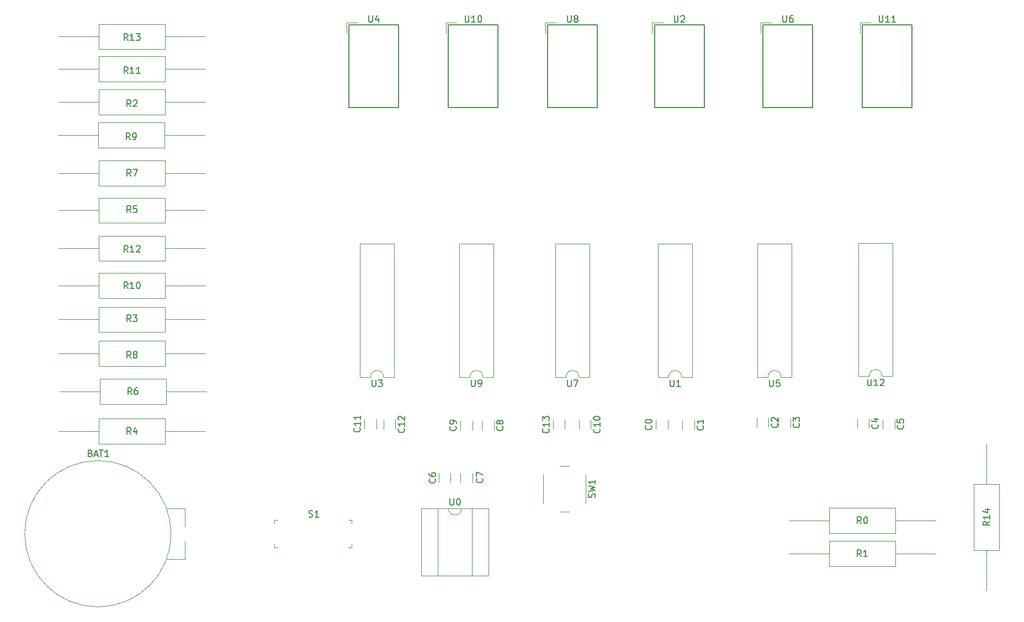
<source format=gto>
%TF.GenerationSoftware,KiCad,Pcbnew,5.1.8+dfsg1-1*%
%TF.CreationDate,2020-11-15T23:58:27-05:00*%
%TF.ProjectId,cap_pcb,6361705f-7063-4622-9e6b-696361645f70,rev?*%
%TF.SameCoordinates,Original*%
%TF.FileFunction,Legend,Top*%
%TF.FilePolarity,Positive*%
%FSLAX46Y46*%
G04 Gerber Fmt 4.6, Leading zero omitted, Abs format (unit mm)*
G04 Created by KiCad (PCBNEW 5.1.8+dfsg1-1) date 2020-11-15 23:58:27*
%MOMM*%
%LPD*%
G01*
G04 APERTURE LIST*
%ADD10C,0.120000*%
%ADD11C,0.100000*%
%ADD12C,0.150000*%
G04 APERTURE END LIST*
D10*
%TO.C,R13*%
X82720000Y-32893000D02*
X88910000Y-32893000D01*
X105240000Y-32893000D02*
X99050000Y-32893000D01*
X88910000Y-34813000D02*
X99050000Y-34813000D01*
X88910000Y-30973000D02*
X88910000Y-34813000D01*
X99050000Y-30973000D02*
X88910000Y-30973000D01*
X99050000Y-34813000D02*
X99050000Y-30973000D01*
%TO.C,U3*%
X132572000Y-85150000D02*
X134222000Y-85150000D01*
X134222000Y-85150000D02*
X134222000Y-64710000D01*
X134222000Y-64710000D02*
X128922000Y-64710000D01*
X128922000Y-64710000D02*
X128922000Y-85150000D01*
X128922000Y-85150000D02*
X130572000Y-85150000D01*
X130572000Y-85150000D02*
G75*
G02*
X132572000Y-85150000I1000000J0D01*
G01*
%TO.C,SW1*%
X157060000Y-100060000D02*
X157060000Y-104560000D01*
X161060000Y-98810000D02*
X159560000Y-98810000D01*
X163560000Y-104560000D02*
X163560000Y-100060000D01*
X159560000Y-105810000D02*
X161060000Y-105810000D01*
%TO.C,R14*%
X223124000Y-111750000D02*
X226964000Y-111750000D01*
X226964000Y-111750000D02*
X226964000Y-101610000D01*
X226964000Y-101610000D02*
X223124000Y-101610000D01*
X223124000Y-101610000D02*
X223124000Y-111750000D01*
X225044000Y-117940000D02*
X225044000Y-111750000D01*
X225044000Y-95420000D02*
X225044000Y-101610000D01*
D11*
%TO.C,BAT1*%
X102057200Y-113131600D02*
X102057200Y-110286800D01*
X102057200Y-105308400D02*
X102057200Y-108153200D01*
X99314000Y-113131600D02*
X102057200Y-113131600D01*
X99314000Y-105308400D02*
X102057200Y-105308400D01*
X99974400Y-109220000D02*
G75*
G03*
X99974400Y-109220000I-11226800J0D01*
G01*
D10*
%TO.C,C0*%
X174350000Y-91744748D02*
X174350000Y-93167252D01*
X176170000Y-91744748D02*
X176170000Y-93167252D01*
%TO.C,C1*%
X180234000Y-91783248D02*
X180234000Y-93205752D01*
X178414000Y-91783248D02*
X178414000Y-93205752D01*
%TO.C,C2*%
X189794999Y-91422749D02*
X189794999Y-92845253D01*
X191614999Y-91422749D02*
X191614999Y-92845253D01*
%TO.C,C3*%
X194964999Y-91422749D02*
X194964999Y-92845253D01*
X193144999Y-91422749D02*
X193144999Y-92845253D01*
%TO.C,C4*%
X205211000Y-91579248D02*
X205211000Y-93001752D01*
X207031000Y-91579248D02*
X207031000Y-93001752D01*
%TO.C,C5*%
X210935999Y-91676749D02*
X210935999Y-93099253D01*
X209115999Y-91676749D02*
X209115999Y-93099253D01*
%TO.C,C6*%
X141007001Y-101334251D02*
X141007001Y-99911747D01*
X142827001Y-101334251D02*
X142827001Y-99911747D01*
%TO.C,C7*%
X146177001Y-101334251D02*
X146177001Y-99911747D01*
X144357001Y-101334251D02*
X144357001Y-99911747D01*
%TO.C,C8*%
X147680000Y-91871748D02*
X147680000Y-93294252D01*
X149500000Y-91871748D02*
X149500000Y-93294252D01*
%TO.C,C9*%
X146198000Y-91871748D02*
X146198000Y-93294252D01*
X144378000Y-91871748D02*
X144378000Y-93294252D01*
%TO.C,C10*%
X162539000Y-91744748D02*
X162539000Y-93167252D01*
X164359000Y-91744748D02*
X164359000Y-93167252D01*
%TO.C,C11*%
X131466000Y-91617748D02*
X131466000Y-93040252D01*
X129646000Y-91617748D02*
X129646000Y-93040252D01*
%TO.C,C12*%
X132567000Y-91706248D02*
X132567000Y-93128752D01*
X134387000Y-91706248D02*
X134387000Y-93128752D01*
%TO.C,C13*%
X160375999Y-91695749D02*
X160375999Y-93118253D01*
X158555999Y-91695749D02*
X158555999Y-93118253D01*
%TO.C,R0*%
X194734000Y-107188000D02*
X200924000Y-107188000D01*
X217254000Y-107188000D02*
X211064000Y-107188000D01*
X200924000Y-109108000D02*
X211064000Y-109108000D01*
X200924000Y-105268000D02*
X200924000Y-109108000D01*
X211064000Y-105268000D02*
X200924000Y-105268000D01*
X211064000Y-109108000D02*
X211064000Y-105268000D01*
%TO.C,R1*%
X211064000Y-114188000D02*
X211064000Y-110348000D01*
X211064000Y-110348000D02*
X200924000Y-110348000D01*
X200924000Y-110348000D02*
X200924000Y-114188000D01*
X200924000Y-114188000D02*
X211064000Y-114188000D01*
X217254000Y-112268000D02*
X211064000Y-112268000D01*
X194734000Y-112268000D02*
X200924000Y-112268000D01*
%TO.C,R2*%
X82720000Y-42926000D02*
X88910000Y-42926000D01*
X105240000Y-42926000D02*
X99050000Y-42926000D01*
X88910000Y-44846000D02*
X99050000Y-44846000D01*
X88910000Y-41006000D02*
X88910000Y-44846000D01*
X99050000Y-41006000D02*
X88910000Y-41006000D01*
X99050000Y-44846000D02*
X99050000Y-41006000D01*
%TO.C,R3*%
X99050000Y-78247000D02*
X99050000Y-74407000D01*
X99050000Y-74407000D02*
X88910000Y-74407000D01*
X88910000Y-74407000D02*
X88910000Y-78247000D01*
X88910000Y-78247000D02*
X99050000Y-78247000D01*
X105240000Y-76327000D02*
X99050000Y-76327000D01*
X82720000Y-76327000D02*
X88910000Y-76327000D01*
%TO.C,R4*%
X105240000Y-93472000D02*
X99050000Y-93472000D01*
X82720000Y-93472000D02*
X88910000Y-93472000D01*
X99050000Y-91552000D02*
X88910000Y-91552000D01*
X99050000Y-95392000D02*
X99050000Y-91552000D01*
X88910000Y-95392000D02*
X99050000Y-95392000D01*
X88910000Y-91552000D02*
X88910000Y-95392000D01*
%TO.C,R5*%
X105240000Y-59563000D02*
X99050000Y-59563000D01*
X82720000Y-59563000D02*
X88910000Y-59563000D01*
X99050000Y-57643000D02*
X88910000Y-57643000D01*
X99050000Y-61483000D02*
X99050000Y-57643000D01*
X88910000Y-61483000D02*
X99050000Y-61483000D01*
X88910000Y-57643000D02*
X88910000Y-61483000D01*
%TO.C,R6*%
X105367000Y-87376000D02*
X99177000Y-87376000D01*
X82847000Y-87376000D02*
X89037000Y-87376000D01*
X99177000Y-85456000D02*
X89037000Y-85456000D01*
X99177000Y-89296000D02*
X99177000Y-85456000D01*
X89037000Y-89296000D02*
X99177000Y-89296000D01*
X89037000Y-85456000D02*
X89037000Y-89296000D01*
%TO.C,R7*%
X88910000Y-51928000D02*
X88910000Y-55768000D01*
X88910000Y-55768000D02*
X99050000Y-55768000D01*
X99050000Y-55768000D02*
X99050000Y-51928000D01*
X99050000Y-51928000D02*
X88910000Y-51928000D01*
X82720000Y-53848000D02*
X88910000Y-53848000D01*
X105240000Y-53848000D02*
X99050000Y-53848000D01*
%TO.C,R8*%
X82720000Y-81534000D02*
X88910000Y-81534000D01*
X105240000Y-81534000D02*
X99050000Y-81534000D01*
X88910000Y-83454000D02*
X99050000Y-83454000D01*
X88910000Y-79614000D02*
X88910000Y-83454000D01*
X99050000Y-79614000D02*
X88910000Y-79614000D01*
X99050000Y-83454000D02*
X99050000Y-79614000D01*
%TO.C,R9*%
X98923000Y-49926000D02*
X98923000Y-46086000D01*
X98923000Y-46086000D02*
X88783000Y-46086000D01*
X88783000Y-46086000D02*
X88783000Y-49926000D01*
X88783000Y-49926000D02*
X98923000Y-49926000D01*
X105113000Y-48006000D02*
X98923000Y-48006000D01*
X82593000Y-48006000D02*
X88783000Y-48006000D01*
%TO.C,R10*%
X82720000Y-71120000D02*
X88910000Y-71120000D01*
X105240000Y-71120000D02*
X99050000Y-71120000D01*
X88910000Y-73040000D02*
X99050000Y-73040000D01*
X88910000Y-69200000D02*
X88910000Y-73040000D01*
X99050000Y-69200000D02*
X88910000Y-69200000D01*
X99050000Y-73040000D02*
X99050000Y-69200000D01*
%TO.C,R11*%
X82720000Y-37846000D02*
X88910000Y-37846000D01*
X105240000Y-37846000D02*
X99050000Y-37846000D01*
X88910000Y-39766000D02*
X99050000Y-39766000D01*
X88910000Y-35926000D02*
X88910000Y-39766000D01*
X99050000Y-35926000D02*
X88910000Y-35926000D01*
X99050000Y-39766000D02*
X99050000Y-35926000D01*
%TO.C,R12*%
X82720000Y-65405000D02*
X88910000Y-65405000D01*
X105240000Y-65405000D02*
X99050000Y-65405000D01*
X88910000Y-67325000D02*
X99050000Y-67325000D01*
X88910000Y-63485000D02*
X88910000Y-67325000D01*
X99050000Y-63485000D02*
X88910000Y-63485000D01*
X99050000Y-67325000D02*
X99050000Y-63485000D01*
D11*
%TO.C,S1*%
X127680000Y-111320000D02*
X127180000Y-111320000D01*
X127680000Y-111320000D02*
X127680000Y-110820000D01*
X115780000Y-111320000D02*
X116280000Y-111320000D01*
X115780000Y-111320000D02*
X115780000Y-110820000D01*
X115780000Y-107120000D02*
X116280000Y-107120000D01*
X115780000Y-107120000D02*
X115780000Y-107620000D01*
X127680000Y-107120000D02*
X127680000Y-107620000D01*
X127680000Y-107120000D02*
X127180000Y-107120000D01*
D10*
%TO.C,U0*%
X142510000Y-105350000D02*
X140860000Y-105350000D01*
X140860000Y-105350000D02*
X140860000Y-115630000D01*
X140860000Y-115630000D02*
X146160000Y-115630000D01*
X146160000Y-115630000D02*
X146160000Y-105350000D01*
X146160000Y-105350000D02*
X144510000Y-105350000D01*
X138370000Y-105290000D02*
X138370000Y-115690000D01*
X138370000Y-115690000D02*
X148650000Y-115690000D01*
X148650000Y-115690000D02*
X148650000Y-105290000D01*
X148650000Y-105290000D02*
X138370000Y-105290000D01*
X144510000Y-105350000D02*
G75*
G02*
X142510000Y-105350000I-1000000J0D01*
G01*
%TO.C,U1*%
X178292000Y-85150000D02*
X179942000Y-85150000D01*
X179942000Y-85150000D02*
X179942000Y-64710000D01*
X179942000Y-64710000D02*
X174642000Y-64710000D01*
X174642000Y-64710000D02*
X174642000Y-85150000D01*
X174642000Y-85150000D02*
X176292000Y-85150000D01*
X176292000Y-85150000D02*
G75*
G02*
X178292000Y-85150000I1000000J0D01*
G01*
D12*
%TO.C,U2*%
X181737000Y-31115000D02*
X174117000Y-31115000D01*
X174117000Y-31115000D02*
X174117000Y-43815000D01*
X174117000Y-43815000D02*
X181737000Y-43815000D01*
X181737000Y-43815000D02*
X181737000Y-31115000D01*
D10*
X173757000Y-32385000D02*
X173757000Y-30755000D01*
X173757000Y-30755000D02*
X175387000Y-30755000D01*
D12*
%TO.C,U4*%
X134874000Y-31115000D02*
X127254000Y-31115000D01*
X127254000Y-31115000D02*
X127254000Y-43815000D01*
X127254000Y-43815000D02*
X134874000Y-43815000D01*
X134874000Y-43815000D02*
X134874000Y-31115000D01*
D10*
X126894000Y-32385000D02*
X126894000Y-30755000D01*
X126894000Y-30755000D02*
X128524000Y-30755000D01*
%TO.C,U5*%
X193532000Y-85150000D02*
X195182000Y-85150000D01*
X195182000Y-85150000D02*
X195182000Y-64710000D01*
X195182000Y-64710000D02*
X189882000Y-64710000D01*
X189882000Y-64710000D02*
X189882000Y-85150000D01*
X189882000Y-85150000D02*
X191532000Y-85150000D01*
X191532000Y-85150000D02*
G75*
G02*
X193532000Y-85150000I1000000J0D01*
G01*
%TO.C,U6*%
X190394000Y-30755000D02*
X192024000Y-30755000D01*
X190394000Y-32385000D02*
X190394000Y-30755000D01*
D12*
X198374000Y-43815000D02*
X198374000Y-31115000D01*
X190754000Y-43815000D02*
X198374000Y-43815000D01*
X190754000Y-31115000D02*
X190754000Y-43815000D01*
X198374000Y-31115000D02*
X190754000Y-31115000D01*
D10*
%TO.C,U7*%
X158894000Y-85150000D02*
X160544000Y-85150000D01*
X158894000Y-64710000D02*
X158894000Y-85150000D01*
X164194000Y-64710000D02*
X158894000Y-64710000D01*
X164194000Y-85150000D02*
X164194000Y-64710000D01*
X162544000Y-85150000D02*
X164194000Y-85150000D01*
X160544000Y-85150000D02*
G75*
G02*
X162544000Y-85150000I1000000J0D01*
G01*
%TO.C,U8*%
X157374000Y-30755000D02*
X159004000Y-30755000D01*
X157374000Y-32385000D02*
X157374000Y-30755000D01*
D12*
X165354000Y-43815000D02*
X165354000Y-31115000D01*
X157734000Y-43815000D02*
X165354000Y-43815000D01*
X157734000Y-31115000D02*
X157734000Y-43815000D01*
X165354000Y-31115000D02*
X157734000Y-31115000D01*
D10*
%TO.C,U9*%
X144162000Y-85150000D02*
X145812000Y-85150000D01*
X144162000Y-64710000D02*
X144162000Y-85150000D01*
X149462000Y-64710000D02*
X144162000Y-64710000D01*
X149462000Y-85150000D02*
X149462000Y-64710000D01*
X147812000Y-85150000D02*
X149462000Y-85150000D01*
X145812000Y-85150000D02*
G75*
G02*
X147812000Y-85150000I1000000J0D01*
G01*
%TO.C,U10*%
X142134000Y-30755000D02*
X143764000Y-30755000D01*
X142134000Y-32385000D02*
X142134000Y-30755000D01*
D12*
X150114000Y-43815000D02*
X150114000Y-31115000D01*
X142494000Y-43815000D02*
X150114000Y-43815000D01*
X142494000Y-31115000D02*
X142494000Y-43815000D01*
X150114000Y-31115000D02*
X142494000Y-31115000D01*
%TO.C,U11*%
X213614000Y-31115000D02*
X205994000Y-31115000D01*
X205994000Y-31115000D02*
X205994000Y-43815000D01*
X205994000Y-43815000D02*
X213614000Y-43815000D01*
X213614000Y-43815000D02*
X213614000Y-31115000D01*
D10*
X205634000Y-32385000D02*
X205634000Y-30755000D01*
X205634000Y-30755000D02*
X207264000Y-30755000D01*
%TO.C,U12*%
X205376000Y-85023000D02*
X207026000Y-85023000D01*
X205376000Y-64583000D02*
X205376000Y-85023000D01*
X210676000Y-64583000D02*
X205376000Y-64583000D01*
X210676000Y-85023000D02*
X210676000Y-64583000D01*
X209026000Y-85023000D02*
X210676000Y-85023000D01*
X207026000Y-85023000D02*
G75*
G02*
X209026000Y-85023000I1000000J0D01*
G01*
%TO.C,R13*%
D12*
X93337142Y-33472380D02*
X93003809Y-32996190D01*
X92765714Y-33472380D02*
X92765714Y-32472380D01*
X93146666Y-32472380D01*
X93241904Y-32520000D01*
X93289523Y-32567619D01*
X93337142Y-32662857D01*
X93337142Y-32805714D01*
X93289523Y-32900952D01*
X93241904Y-32948571D01*
X93146666Y-32996190D01*
X92765714Y-32996190D01*
X94289523Y-33472380D02*
X93718095Y-33472380D01*
X94003809Y-33472380D02*
X94003809Y-32472380D01*
X93908571Y-32615238D01*
X93813333Y-32710476D01*
X93718095Y-32758095D01*
X94622857Y-32472380D02*
X95241904Y-32472380D01*
X94908571Y-32853333D01*
X95051428Y-32853333D01*
X95146666Y-32900952D01*
X95194285Y-32948571D01*
X95241904Y-33043809D01*
X95241904Y-33281904D01*
X95194285Y-33377142D01*
X95146666Y-33424761D01*
X95051428Y-33472380D01*
X94765714Y-33472380D01*
X94670476Y-33424761D01*
X94622857Y-33377142D01*
%TO.C,U3*%
X130810095Y-85602380D02*
X130810095Y-86411904D01*
X130857714Y-86507142D01*
X130905333Y-86554761D01*
X131000571Y-86602380D01*
X131191047Y-86602380D01*
X131286285Y-86554761D01*
X131333904Y-86507142D01*
X131381523Y-86411904D01*
X131381523Y-85602380D01*
X131762476Y-85602380D02*
X132381523Y-85602380D01*
X132048190Y-85983333D01*
X132191047Y-85983333D01*
X132286285Y-86030952D01*
X132333904Y-86078571D01*
X132381523Y-86173809D01*
X132381523Y-86411904D01*
X132333904Y-86507142D01*
X132286285Y-86554761D01*
X132191047Y-86602380D01*
X131905333Y-86602380D01*
X131810095Y-86554761D01*
X131762476Y-86507142D01*
%TO.C,SW1*%
X164964761Y-103643333D02*
X165012380Y-103500476D01*
X165012380Y-103262380D01*
X164964761Y-103167142D01*
X164917142Y-103119523D01*
X164821904Y-103071904D01*
X164726666Y-103071904D01*
X164631428Y-103119523D01*
X164583809Y-103167142D01*
X164536190Y-103262380D01*
X164488571Y-103452857D01*
X164440952Y-103548095D01*
X164393333Y-103595714D01*
X164298095Y-103643333D01*
X164202857Y-103643333D01*
X164107619Y-103595714D01*
X164060000Y-103548095D01*
X164012380Y-103452857D01*
X164012380Y-103214761D01*
X164060000Y-103071904D01*
X164012380Y-102738571D02*
X165012380Y-102500476D01*
X164298095Y-102310000D01*
X165012380Y-102119523D01*
X164012380Y-101881428D01*
X165012380Y-100976666D02*
X165012380Y-101548095D01*
X165012380Y-101262380D02*
X164012380Y-101262380D01*
X164155238Y-101357619D01*
X164250476Y-101452857D01*
X164298095Y-101548095D01*
%TO.C,R14*%
X225496380Y-107322857D02*
X225020190Y-107656190D01*
X225496380Y-107894285D02*
X224496380Y-107894285D01*
X224496380Y-107513333D01*
X224544000Y-107418095D01*
X224591619Y-107370476D01*
X224686857Y-107322857D01*
X224829714Y-107322857D01*
X224924952Y-107370476D01*
X224972571Y-107418095D01*
X225020190Y-107513333D01*
X225020190Y-107894285D01*
X225496380Y-106370476D02*
X225496380Y-106941904D01*
X225496380Y-106656190D02*
X224496380Y-106656190D01*
X224639238Y-106751428D01*
X224734476Y-106846666D01*
X224782095Y-106941904D01*
X224829714Y-105513333D02*
X225496380Y-105513333D01*
X224448761Y-105751428D02*
X225163047Y-105989523D01*
X225163047Y-105370476D01*
%TO.C,BAT1*%
X87594274Y-96842271D02*
X87737131Y-96889890D01*
X87784750Y-96937509D01*
X87832369Y-97032747D01*
X87832369Y-97175604D01*
X87784750Y-97270842D01*
X87737131Y-97318461D01*
X87641893Y-97366080D01*
X87260940Y-97366080D01*
X87260940Y-96366080D01*
X87594274Y-96366080D01*
X87689512Y-96413700D01*
X87737131Y-96461319D01*
X87784750Y-96556557D01*
X87784750Y-96651795D01*
X87737131Y-96747033D01*
X87689512Y-96794652D01*
X87594274Y-96842271D01*
X87260940Y-96842271D01*
X88213321Y-97080366D02*
X88689512Y-97080366D01*
X88118083Y-97366080D02*
X88451417Y-96366080D01*
X88784750Y-97366080D01*
X88975226Y-96366080D02*
X89546655Y-96366080D01*
X89260940Y-97366080D02*
X89260940Y-96366080D01*
X90403798Y-97366080D02*
X89832369Y-97366080D01*
X90118083Y-97366080D02*
X90118083Y-96366080D01*
X90022845Y-96508938D01*
X89927607Y-96604176D01*
X89832369Y-96651795D01*
%TO.C,C0*%
X173585142Y-92622666D02*
X173632761Y-92670285D01*
X173680380Y-92813142D01*
X173680380Y-92908380D01*
X173632761Y-93051238D01*
X173537523Y-93146476D01*
X173442285Y-93194095D01*
X173251809Y-93241714D01*
X173108952Y-93241714D01*
X172918476Y-93194095D01*
X172823238Y-93146476D01*
X172728000Y-93051238D01*
X172680380Y-92908380D01*
X172680380Y-92813142D01*
X172728000Y-92670285D01*
X172775619Y-92622666D01*
X172680380Y-92003619D02*
X172680380Y-91908380D01*
X172728000Y-91813142D01*
X172775619Y-91765523D01*
X172870857Y-91717904D01*
X173061333Y-91670285D01*
X173299428Y-91670285D01*
X173489904Y-91717904D01*
X173585142Y-91765523D01*
X173632761Y-91813142D01*
X173680380Y-91908380D01*
X173680380Y-92003619D01*
X173632761Y-92098857D01*
X173585142Y-92146476D01*
X173489904Y-92194095D01*
X173299428Y-92241714D01*
X173061333Y-92241714D01*
X172870857Y-92194095D01*
X172775619Y-92146476D01*
X172728000Y-92098857D01*
X172680380Y-92003619D01*
%TO.C,C1*%
X181531142Y-92661166D02*
X181578761Y-92708785D01*
X181626380Y-92851642D01*
X181626380Y-92946880D01*
X181578761Y-93089738D01*
X181483523Y-93184976D01*
X181388285Y-93232595D01*
X181197809Y-93280214D01*
X181054952Y-93280214D01*
X180864476Y-93232595D01*
X180769238Y-93184976D01*
X180674000Y-93089738D01*
X180626380Y-92946880D01*
X180626380Y-92851642D01*
X180674000Y-92708785D01*
X180721619Y-92661166D01*
X181626380Y-91708785D02*
X181626380Y-92280214D01*
X181626380Y-91994500D02*
X180626380Y-91994500D01*
X180769238Y-92089738D01*
X180864476Y-92184976D01*
X180912095Y-92280214D01*
%TO.C,C2*%
X192912141Y-92300667D02*
X192959760Y-92348286D01*
X193007379Y-92491143D01*
X193007379Y-92586381D01*
X192959760Y-92729239D01*
X192864522Y-92824477D01*
X192769284Y-92872096D01*
X192578808Y-92919715D01*
X192435951Y-92919715D01*
X192245475Y-92872096D01*
X192150237Y-92824477D01*
X192054999Y-92729239D01*
X192007379Y-92586381D01*
X192007379Y-92491143D01*
X192054999Y-92348286D01*
X192102618Y-92300667D01*
X192102618Y-91919715D02*
X192054999Y-91872096D01*
X192007379Y-91776858D01*
X192007379Y-91538762D01*
X192054999Y-91443524D01*
X192102618Y-91395905D01*
X192197856Y-91348286D01*
X192293094Y-91348286D01*
X192435951Y-91395905D01*
X193007379Y-91967334D01*
X193007379Y-91348286D01*
%TO.C,C3*%
X196262141Y-92300667D02*
X196309760Y-92348286D01*
X196357379Y-92491143D01*
X196357379Y-92586381D01*
X196309760Y-92729239D01*
X196214522Y-92824477D01*
X196119284Y-92872096D01*
X195928808Y-92919715D01*
X195785951Y-92919715D01*
X195595475Y-92872096D01*
X195500237Y-92824477D01*
X195404999Y-92729239D01*
X195357379Y-92586381D01*
X195357379Y-92491143D01*
X195404999Y-92348286D01*
X195452618Y-92300667D01*
X195357379Y-91967334D02*
X195357379Y-91348286D01*
X195738332Y-91681620D01*
X195738332Y-91538762D01*
X195785951Y-91443524D01*
X195833570Y-91395905D01*
X195928808Y-91348286D01*
X196166903Y-91348286D01*
X196262141Y-91395905D01*
X196309760Y-91443524D01*
X196357379Y-91538762D01*
X196357379Y-91824477D01*
X196309760Y-91919715D01*
X196262141Y-91967334D01*
%TO.C,C4*%
X208328142Y-92457166D02*
X208375761Y-92504785D01*
X208423380Y-92647642D01*
X208423380Y-92742880D01*
X208375761Y-92885738D01*
X208280523Y-92980976D01*
X208185285Y-93028595D01*
X207994809Y-93076214D01*
X207851952Y-93076214D01*
X207661476Y-93028595D01*
X207566238Y-92980976D01*
X207471000Y-92885738D01*
X207423380Y-92742880D01*
X207423380Y-92647642D01*
X207471000Y-92504785D01*
X207518619Y-92457166D01*
X207756714Y-91600023D02*
X208423380Y-91600023D01*
X207375761Y-91838119D02*
X208090047Y-92076214D01*
X208090047Y-91457166D01*
%TO.C,C5*%
X212233141Y-92554667D02*
X212280760Y-92602286D01*
X212328379Y-92745143D01*
X212328379Y-92840381D01*
X212280760Y-92983239D01*
X212185522Y-93078477D01*
X212090284Y-93126096D01*
X211899808Y-93173715D01*
X211756951Y-93173715D01*
X211566475Y-93126096D01*
X211471237Y-93078477D01*
X211375999Y-92983239D01*
X211328379Y-92840381D01*
X211328379Y-92745143D01*
X211375999Y-92602286D01*
X211423618Y-92554667D01*
X211328379Y-91649905D02*
X211328379Y-92126096D01*
X211804570Y-92173715D01*
X211756951Y-92126096D01*
X211709332Y-92030858D01*
X211709332Y-91792762D01*
X211756951Y-91697524D01*
X211804570Y-91649905D01*
X211899808Y-91602286D01*
X212137903Y-91602286D01*
X212233141Y-91649905D01*
X212280760Y-91697524D01*
X212328379Y-91792762D01*
X212328379Y-92030858D01*
X212280760Y-92126096D01*
X212233141Y-92173715D01*
%TO.C,C6*%
X140424143Y-100789665D02*
X140471762Y-100837284D01*
X140519381Y-100980141D01*
X140519381Y-101075379D01*
X140471762Y-101218237D01*
X140376524Y-101313475D01*
X140281286Y-101361094D01*
X140090810Y-101408713D01*
X139947953Y-101408713D01*
X139757477Y-101361094D01*
X139662239Y-101313475D01*
X139567001Y-101218237D01*
X139519381Y-101075379D01*
X139519381Y-100980141D01*
X139567001Y-100837284D01*
X139614620Y-100789665D01*
X139519381Y-99932522D02*
X139519381Y-100122999D01*
X139567001Y-100218237D01*
X139614620Y-100265856D01*
X139757477Y-100361094D01*
X139947953Y-100408713D01*
X140328905Y-100408713D01*
X140424143Y-100361094D01*
X140471762Y-100313475D01*
X140519381Y-100218237D01*
X140519381Y-100027760D01*
X140471762Y-99932522D01*
X140424143Y-99884903D01*
X140328905Y-99837284D01*
X140090810Y-99837284D01*
X139995572Y-99884903D01*
X139947953Y-99932522D01*
X139900334Y-100027760D01*
X139900334Y-100218237D01*
X139947953Y-100313475D01*
X139995572Y-100361094D01*
X140090810Y-100408713D01*
%TO.C,C7*%
X147677142Y-100750666D02*
X147724761Y-100798285D01*
X147772380Y-100941142D01*
X147772380Y-101036380D01*
X147724761Y-101179238D01*
X147629523Y-101274476D01*
X147534285Y-101322095D01*
X147343809Y-101369714D01*
X147200952Y-101369714D01*
X147010476Y-101322095D01*
X146915238Y-101274476D01*
X146820000Y-101179238D01*
X146772380Y-101036380D01*
X146772380Y-100941142D01*
X146820000Y-100798285D01*
X146867619Y-100750666D01*
X146772380Y-100417333D02*
X146772380Y-99750666D01*
X147772380Y-100179238D01*
%TO.C,C8*%
X150797142Y-92749666D02*
X150844761Y-92797285D01*
X150892380Y-92940142D01*
X150892380Y-93035380D01*
X150844761Y-93178238D01*
X150749523Y-93273476D01*
X150654285Y-93321095D01*
X150463809Y-93368714D01*
X150320952Y-93368714D01*
X150130476Y-93321095D01*
X150035238Y-93273476D01*
X149940000Y-93178238D01*
X149892380Y-93035380D01*
X149892380Y-92940142D01*
X149940000Y-92797285D01*
X149987619Y-92749666D01*
X150320952Y-92178238D02*
X150273333Y-92273476D01*
X150225714Y-92321095D01*
X150130476Y-92368714D01*
X150082857Y-92368714D01*
X149987619Y-92321095D01*
X149940000Y-92273476D01*
X149892380Y-92178238D01*
X149892380Y-91987761D01*
X149940000Y-91892523D01*
X149987619Y-91844904D01*
X150082857Y-91797285D01*
X150130476Y-91797285D01*
X150225714Y-91844904D01*
X150273333Y-91892523D01*
X150320952Y-91987761D01*
X150320952Y-92178238D01*
X150368571Y-92273476D01*
X150416190Y-92321095D01*
X150511428Y-92368714D01*
X150701904Y-92368714D01*
X150797142Y-92321095D01*
X150844761Y-92273476D01*
X150892380Y-92178238D01*
X150892380Y-91987761D01*
X150844761Y-91892523D01*
X150797142Y-91844904D01*
X150701904Y-91797285D01*
X150511428Y-91797285D01*
X150416190Y-91844904D01*
X150368571Y-91892523D01*
X150320952Y-91987761D01*
%TO.C,C9*%
X143613142Y-92749666D02*
X143660761Y-92797285D01*
X143708380Y-92940142D01*
X143708380Y-93035380D01*
X143660761Y-93178238D01*
X143565523Y-93273476D01*
X143470285Y-93321095D01*
X143279809Y-93368714D01*
X143136952Y-93368714D01*
X142946476Y-93321095D01*
X142851238Y-93273476D01*
X142756000Y-93178238D01*
X142708380Y-93035380D01*
X142708380Y-92940142D01*
X142756000Y-92797285D01*
X142803619Y-92749666D01*
X143708380Y-92273476D02*
X143708380Y-92083000D01*
X143660761Y-91987761D01*
X143613142Y-91940142D01*
X143470285Y-91844904D01*
X143279809Y-91797285D01*
X142898857Y-91797285D01*
X142803619Y-91844904D01*
X142756000Y-91892523D01*
X142708380Y-91987761D01*
X142708380Y-92178238D01*
X142756000Y-92273476D01*
X142803619Y-92321095D01*
X142898857Y-92368714D01*
X143136952Y-92368714D01*
X143232190Y-92321095D01*
X143279809Y-92273476D01*
X143327428Y-92178238D01*
X143327428Y-91987761D01*
X143279809Y-91892523D01*
X143232190Y-91844904D01*
X143136952Y-91797285D01*
%TO.C,C10*%
X165656142Y-93098857D02*
X165703761Y-93146476D01*
X165751380Y-93289333D01*
X165751380Y-93384571D01*
X165703761Y-93527428D01*
X165608523Y-93622666D01*
X165513285Y-93670285D01*
X165322809Y-93717904D01*
X165179952Y-93717904D01*
X164989476Y-93670285D01*
X164894238Y-93622666D01*
X164799000Y-93527428D01*
X164751380Y-93384571D01*
X164751380Y-93289333D01*
X164799000Y-93146476D01*
X164846619Y-93098857D01*
X165751380Y-92146476D02*
X165751380Y-92717904D01*
X165751380Y-92432190D02*
X164751380Y-92432190D01*
X164894238Y-92527428D01*
X164989476Y-92622666D01*
X165037095Y-92717904D01*
X164751380Y-91527428D02*
X164751380Y-91432190D01*
X164799000Y-91336952D01*
X164846619Y-91289333D01*
X164941857Y-91241714D01*
X165132333Y-91194095D01*
X165370428Y-91194095D01*
X165560904Y-91241714D01*
X165656142Y-91289333D01*
X165703761Y-91336952D01*
X165751380Y-91432190D01*
X165751380Y-91527428D01*
X165703761Y-91622666D01*
X165656142Y-91670285D01*
X165560904Y-91717904D01*
X165370428Y-91765523D01*
X165132333Y-91765523D01*
X164941857Y-91717904D01*
X164846619Y-91670285D01*
X164799000Y-91622666D01*
X164751380Y-91527428D01*
%TO.C,C11*%
X128881142Y-92971857D02*
X128928761Y-93019476D01*
X128976380Y-93162333D01*
X128976380Y-93257571D01*
X128928761Y-93400428D01*
X128833523Y-93495666D01*
X128738285Y-93543285D01*
X128547809Y-93590904D01*
X128404952Y-93590904D01*
X128214476Y-93543285D01*
X128119238Y-93495666D01*
X128024000Y-93400428D01*
X127976380Y-93257571D01*
X127976380Y-93162333D01*
X128024000Y-93019476D01*
X128071619Y-92971857D01*
X128976380Y-92019476D02*
X128976380Y-92590904D01*
X128976380Y-92305190D02*
X127976380Y-92305190D01*
X128119238Y-92400428D01*
X128214476Y-92495666D01*
X128262095Y-92590904D01*
X128976380Y-91067095D02*
X128976380Y-91638523D01*
X128976380Y-91352809D02*
X127976380Y-91352809D01*
X128119238Y-91448047D01*
X128214476Y-91543285D01*
X128262095Y-91638523D01*
%TO.C,C12*%
X135684142Y-93060357D02*
X135731761Y-93107976D01*
X135779380Y-93250833D01*
X135779380Y-93346071D01*
X135731761Y-93488928D01*
X135636523Y-93584166D01*
X135541285Y-93631785D01*
X135350809Y-93679404D01*
X135207952Y-93679404D01*
X135017476Y-93631785D01*
X134922238Y-93584166D01*
X134827000Y-93488928D01*
X134779380Y-93346071D01*
X134779380Y-93250833D01*
X134827000Y-93107976D01*
X134874619Y-93060357D01*
X135779380Y-92107976D02*
X135779380Y-92679404D01*
X135779380Y-92393690D02*
X134779380Y-92393690D01*
X134922238Y-92488928D01*
X135017476Y-92584166D01*
X135065095Y-92679404D01*
X134874619Y-91727023D02*
X134827000Y-91679404D01*
X134779380Y-91584166D01*
X134779380Y-91346071D01*
X134827000Y-91250833D01*
X134874619Y-91203214D01*
X134969857Y-91155595D01*
X135065095Y-91155595D01*
X135207952Y-91203214D01*
X135779380Y-91774642D01*
X135779380Y-91155595D01*
%TO.C,C13*%
X157837142Y-93098857D02*
X157884761Y-93146476D01*
X157932380Y-93289333D01*
X157932380Y-93384571D01*
X157884761Y-93527428D01*
X157789523Y-93622666D01*
X157694285Y-93670285D01*
X157503809Y-93717904D01*
X157360952Y-93717904D01*
X157170476Y-93670285D01*
X157075238Y-93622666D01*
X156980000Y-93527428D01*
X156932380Y-93384571D01*
X156932380Y-93289333D01*
X156980000Y-93146476D01*
X157027619Y-93098857D01*
X157932380Y-92146476D02*
X157932380Y-92717904D01*
X157932380Y-92432190D02*
X156932380Y-92432190D01*
X157075238Y-92527428D01*
X157170476Y-92622666D01*
X157218095Y-92717904D01*
X156932380Y-91813142D02*
X156932380Y-91194095D01*
X157313333Y-91527428D01*
X157313333Y-91384571D01*
X157360952Y-91289333D01*
X157408571Y-91241714D01*
X157503809Y-91194095D01*
X157741904Y-91194095D01*
X157837142Y-91241714D01*
X157884761Y-91289333D01*
X157932380Y-91384571D01*
X157932380Y-91670285D01*
X157884761Y-91765523D01*
X157837142Y-91813142D01*
%TO.C,R0*%
X205827333Y-107640380D02*
X205494000Y-107164190D01*
X205255904Y-107640380D02*
X205255904Y-106640380D01*
X205636857Y-106640380D01*
X205732095Y-106688000D01*
X205779714Y-106735619D01*
X205827333Y-106830857D01*
X205827333Y-106973714D01*
X205779714Y-107068952D01*
X205732095Y-107116571D01*
X205636857Y-107164190D01*
X205255904Y-107164190D01*
X206446380Y-106640380D02*
X206541619Y-106640380D01*
X206636857Y-106688000D01*
X206684476Y-106735619D01*
X206732095Y-106830857D01*
X206779714Y-107021333D01*
X206779714Y-107259428D01*
X206732095Y-107449904D01*
X206684476Y-107545142D01*
X206636857Y-107592761D01*
X206541619Y-107640380D01*
X206446380Y-107640380D01*
X206351142Y-107592761D01*
X206303523Y-107545142D01*
X206255904Y-107449904D01*
X206208285Y-107259428D01*
X206208285Y-107021333D01*
X206255904Y-106830857D01*
X206303523Y-106735619D01*
X206351142Y-106688000D01*
X206446380Y-106640380D01*
%TO.C,R1*%
X205827333Y-112720380D02*
X205494000Y-112244190D01*
X205255904Y-112720380D02*
X205255904Y-111720380D01*
X205636857Y-111720380D01*
X205732095Y-111768000D01*
X205779714Y-111815619D01*
X205827333Y-111910857D01*
X205827333Y-112053714D01*
X205779714Y-112148952D01*
X205732095Y-112196571D01*
X205636857Y-112244190D01*
X205255904Y-112244190D01*
X206779714Y-112720380D02*
X206208285Y-112720380D01*
X206494000Y-112720380D02*
X206494000Y-111720380D01*
X206398761Y-111863238D01*
X206303523Y-111958476D01*
X206208285Y-112006095D01*
%TO.C,R2*%
X93813333Y-43632380D02*
X93480000Y-43156190D01*
X93241904Y-43632380D02*
X93241904Y-42632380D01*
X93622857Y-42632380D01*
X93718095Y-42680000D01*
X93765714Y-42727619D01*
X93813333Y-42822857D01*
X93813333Y-42965714D01*
X93765714Y-43060952D01*
X93718095Y-43108571D01*
X93622857Y-43156190D01*
X93241904Y-43156190D01*
X94194285Y-42727619D02*
X94241904Y-42680000D01*
X94337142Y-42632380D01*
X94575238Y-42632380D01*
X94670476Y-42680000D01*
X94718095Y-42727619D01*
X94765714Y-42822857D01*
X94765714Y-42918095D01*
X94718095Y-43060952D01*
X94146666Y-43632380D01*
X94765714Y-43632380D01*
%TO.C,R3*%
X93813333Y-76652380D02*
X93480000Y-76176190D01*
X93241904Y-76652380D02*
X93241904Y-75652380D01*
X93622857Y-75652380D01*
X93718095Y-75700000D01*
X93765714Y-75747619D01*
X93813333Y-75842857D01*
X93813333Y-75985714D01*
X93765714Y-76080952D01*
X93718095Y-76128571D01*
X93622857Y-76176190D01*
X93241904Y-76176190D01*
X94146666Y-75652380D02*
X94765714Y-75652380D01*
X94432380Y-76033333D01*
X94575238Y-76033333D01*
X94670476Y-76080952D01*
X94718095Y-76128571D01*
X94765714Y-76223809D01*
X94765714Y-76461904D01*
X94718095Y-76557142D01*
X94670476Y-76604761D01*
X94575238Y-76652380D01*
X94289523Y-76652380D01*
X94194285Y-76604761D01*
X94146666Y-76557142D01*
%TO.C,R4*%
X93813333Y-93924380D02*
X93480000Y-93448190D01*
X93241904Y-93924380D02*
X93241904Y-92924380D01*
X93622857Y-92924380D01*
X93718095Y-92972000D01*
X93765714Y-93019619D01*
X93813333Y-93114857D01*
X93813333Y-93257714D01*
X93765714Y-93352952D01*
X93718095Y-93400571D01*
X93622857Y-93448190D01*
X93241904Y-93448190D01*
X94670476Y-93257714D02*
X94670476Y-93924380D01*
X94432380Y-92876761D02*
X94194285Y-93591047D01*
X94813333Y-93591047D01*
%TO.C,R5*%
X93813333Y-59888380D02*
X93480000Y-59412190D01*
X93241904Y-59888380D02*
X93241904Y-58888380D01*
X93622857Y-58888380D01*
X93718095Y-58936000D01*
X93765714Y-58983619D01*
X93813333Y-59078857D01*
X93813333Y-59221714D01*
X93765714Y-59316952D01*
X93718095Y-59364571D01*
X93622857Y-59412190D01*
X93241904Y-59412190D01*
X94718095Y-58888380D02*
X94241904Y-58888380D01*
X94194285Y-59364571D01*
X94241904Y-59316952D01*
X94337142Y-59269333D01*
X94575238Y-59269333D01*
X94670476Y-59316952D01*
X94718095Y-59364571D01*
X94765714Y-59459809D01*
X94765714Y-59697904D01*
X94718095Y-59793142D01*
X94670476Y-59840761D01*
X94575238Y-59888380D01*
X94337142Y-59888380D01*
X94241904Y-59840761D01*
X94194285Y-59793142D01*
%TO.C,R6*%
X93940333Y-87828380D02*
X93607000Y-87352190D01*
X93368904Y-87828380D02*
X93368904Y-86828380D01*
X93749857Y-86828380D01*
X93845095Y-86876000D01*
X93892714Y-86923619D01*
X93940333Y-87018857D01*
X93940333Y-87161714D01*
X93892714Y-87256952D01*
X93845095Y-87304571D01*
X93749857Y-87352190D01*
X93368904Y-87352190D01*
X94797476Y-86828380D02*
X94607000Y-86828380D01*
X94511761Y-86876000D01*
X94464142Y-86923619D01*
X94368904Y-87066476D01*
X94321285Y-87256952D01*
X94321285Y-87637904D01*
X94368904Y-87733142D01*
X94416523Y-87780761D01*
X94511761Y-87828380D01*
X94702238Y-87828380D01*
X94797476Y-87780761D01*
X94845095Y-87733142D01*
X94892714Y-87637904D01*
X94892714Y-87399809D01*
X94845095Y-87304571D01*
X94797476Y-87256952D01*
X94702238Y-87209333D01*
X94511761Y-87209333D01*
X94416523Y-87256952D01*
X94368904Y-87304571D01*
X94321285Y-87399809D01*
%TO.C,R7*%
X93813333Y-54300380D02*
X93480000Y-53824190D01*
X93241904Y-54300380D02*
X93241904Y-53300380D01*
X93622857Y-53300380D01*
X93718095Y-53348000D01*
X93765714Y-53395619D01*
X93813333Y-53490857D01*
X93813333Y-53633714D01*
X93765714Y-53728952D01*
X93718095Y-53776571D01*
X93622857Y-53824190D01*
X93241904Y-53824190D01*
X94146666Y-53300380D02*
X94813333Y-53300380D01*
X94384761Y-54300380D01*
%TO.C,R8*%
X93813333Y-82240380D02*
X93480000Y-81764190D01*
X93241904Y-82240380D02*
X93241904Y-81240380D01*
X93622857Y-81240380D01*
X93718095Y-81288000D01*
X93765714Y-81335619D01*
X93813333Y-81430857D01*
X93813333Y-81573714D01*
X93765714Y-81668952D01*
X93718095Y-81716571D01*
X93622857Y-81764190D01*
X93241904Y-81764190D01*
X94384761Y-81668952D02*
X94289523Y-81621333D01*
X94241904Y-81573714D01*
X94194285Y-81478476D01*
X94194285Y-81430857D01*
X94241904Y-81335619D01*
X94289523Y-81288000D01*
X94384761Y-81240380D01*
X94575238Y-81240380D01*
X94670476Y-81288000D01*
X94718095Y-81335619D01*
X94765714Y-81430857D01*
X94765714Y-81478476D01*
X94718095Y-81573714D01*
X94670476Y-81621333D01*
X94575238Y-81668952D01*
X94384761Y-81668952D01*
X94289523Y-81716571D01*
X94241904Y-81764190D01*
X94194285Y-81859428D01*
X94194285Y-82049904D01*
X94241904Y-82145142D01*
X94289523Y-82192761D01*
X94384761Y-82240380D01*
X94575238Y-82240380D01*
X94670476Y-82192761D01*
X94718095Y-82145142D01*
X94765714Y-82049904D01*
X94765714Y-81859428D01*
X94718095Y-81764190D01*
X94670476Y-81716571D01*
X94575238Y-81668952D01*
%TO.C,R9*%
X93686333Y-48712380D02*
X93353000Y-48236190D01*
X93114904Y-48712380D02*
X93114904Y-47712380D01*
X93495857Y-47712380D01*
X93591095Y-47760000D01*
X93638714Y-47807619D01*
X93686333Y-47902857D01*
X93686333Y-48045714D01*
X93638714Y-48140952D01*
X93591095Y-48188571D01*
X93495857Y-48236190D01*
X93114904Y-48236190D01*
X94162523Y-48712380D02*
X94353000Y-48712380D01*
X94448238Y-48664761D01*
X94495857Y-48617142D01*
X94591095Y-48474285D01*
X94638714Y-48283809D01*
X94638714Y-47902857D01*
X94591095Y-47807619D01*
X94543476Y-47760000D01*
X94448238Y-47712380D01*
X94257761Y-47712380D01*
X94162523Y-47760000D01*
X94114904Y-47807619D01*
X94067285Y-47902857D01*
X94067285Y-48140952D01*
X94114904Y-48236190D01*
X94162523Y-48283809D01*
X94257761Y-48331428D01*
X94448238Y-48331428D01*
X94543476Y-48283809D01*
X94591095Y-48236190D01*
X94638714Y-48140952D01*
%TO.C,R10*%
X93337142Y-71572380D02*
X93003809Y-71096190D01*
X92765714Y-71572380D02*
X92765714Y-70572380D01*
X93146666Y-70572380D01*
X93241904Y-70620000D01*
X93289523Y-70667619D01*
X93337142Y-70762857D01*
X93337142Y-70905714D01*
X93289523Y-71000952D01*
X93241904Y-71048571D01*
X93146666Y-71096190D01*
X92765714Y-71096190D01*
X94289523Y-71572380D02*
X93718095Y-71572380D01*
X94003809Y-71572380D02*
X94003809Y-70572380D01*
X93908571Y-70715238D01*
X93813333Y-70810476D01*
X93718095Y-70858095D01*
X94908571Y-70572380D02*
X95003809Y-70572380D01*
X95099047Y-70620000D01*
X95146666Y-70667619D01*
X95194285Y-70762857D01*
X95241904Y-70953333D01*
X95241904Y-71191428D01*
X95194285Y-71381904D01*
X95146666Y-71477142D01*
X95099047Y-71524761D01*
X95003809Y-71572380D01*
X94908571Y-71572380D01*
X94813333Y-71524761D01*
X94765714Y-71477142D01*
X94718095Y-71381904D01*
X94670476Y-71191428D01*
X94670476Y-70953333D01*
X94718095Y-70762857D01*
X94765714Y-70667619D01*
X94813333Y-70620000D01*
X94908571Y-70572380D01*
%TO.C,R11*%
X93337142Y-38552380D02*
X93003809Y-38076190D01*
X92765714Y-38552380D02*
X92765714Y-37552380D01*
X93146666Y-37552380D01*
X93241904Y-37600000D01*
X93289523Y-37647619D01*
X93337142Y-37742857D01*
X93337142Y-37885714D01*
X93289523Y-37980952D01*
X93241904Y-38028571D01*
X93146666Y-38076190D01*
X92765714Y-38076190D01*
X94289523Y-38552380D02*
X93718095Y-38552380D01*
X94003809Y-38552380D02*
X94003809Y-37552380D01*
X93908571Y-37695238D01*
X93813333Y-37790476D01*
X93718095Y-37838095D01*
X95241904Y-38552380D02*
X94670476Y-38552380D01*
X94956190Y-38552380D02*
X94956190Y-37552380D01*
X94860952Y-37695238D01*
X94765714Y-37790476D01*
X94670476Y-37838095D01*
%TO.C,R12*%
X93337142Y-65984380D02*
X93003809Y-65508190D01*
X92765714Y-65984380D02*
X92765714Y-64984380D01*
X93146666Y-64984380D01*
X93241904Y-65032000D01*
X93289523Y-65079619D01*
X93337142Y-65174857D01*
X93337142Y-65317714D01*
X93289523Y-65412952D01*
X93241904Y-65460571D01*
X93146666Y-65508190D01*
X92765714Y-65508190D01*
X94289523Y-65984380D02*
X93718095Y-65984380D01*
X94003809Y-65984380D02*
X94003809Y-64984380D01*
X93908571Y-65127238D01*
X93813333Y-65222476D01*
X93718095Y-65270095D01*
X94670476Y-65079619D02*
X94718095Y-65032000D01*
X94813333Y-64984380D01*
X95051428Y-64984380D01*
X95146666Y-65032000D01*
X95194285Y-65079619D01*
X95241904Y-65174857D01*
X95241904Y-65270095D01*
X95194285Y-65412952D01*
X94622857Y-65984380D01*
X95241904Y-65984380D01*
%TO.C,S1*%
X121108095Y-106604761D02*
X121250952Y-106652380D01*
X121489047Y-106652380D01*
X121584285Y-106604761D01*
X121631904Y-106557142D01*
X121679523Y-106461904D01*
X121679523Y-106366666D01*
X121631904Y-106271428D01*
X121584285Y-106223809D01*
X121489047Y-106176190D01*
X121298571Y-106128571D01*
X121203333Y-106080952D01*
X121155714Y-106033333D01*
X121108095Y-105938095D01*
X121108095Y-105842857D01*
X121155714Y-105747619D01*
X121203333Y-105700000D01*
X121298571Y-105652380D01*
X121536666Y-105652380D01*
X121679523Y-105700000D01*
X122631904Y-106652380D02*
X122060476Y-106652380D01*
X122346190Y-106652380D02*
X122346190Y-105652380D01*
X122250952Y-105795238D01*
X122155714Y-105890476D01*
X122060476Y-105938095D01*
%TO.C,U0*%
X142748095Y-103802380D02*
X142748095Y-104611904D01*
X142795714Y-104707142D01*
X142843333Y-104754761D01*
X142938571Y-104802380D01*
X143129047Y-104802380D01*
X143224285Y-104754761D01*
X143271904Y-104707142D01*
X143319523Y-104611904D01*
X143319523Y-103802380D01*
X143986190Y-103802380D02*
X144081428Y-103802380D01*
X144176666Y-103850000D01*
X144224285Y-103897619D01*
X144271904Y-103992857D01*
X144319523Y-104183333D01*
X144319523Y-104421428D01*
X144271904Y-104611904D01*
X144224285Y-104707142D01*
X144176666Y-104754761D01*
X144081428Y-104802380D01*
X143986190Y-104802380D01*
X143890952Y-104754761D01*
X143843333Y-104707142D01*
X143795714Y-104611904D01*
X143748095Y-104421428D01*
X143748095Y-104183333D01*
X143795714Y-103992857D01*
X143843333Y-103897619D01*
X143890952Y-103850000D01*
X143986190Y-103802380D01*
%TO.C,U1*%
X176530095Y-85602380D02*
X176530095Y-86411904D01*
X176577714Y-86507142D01*
X176625333Y-86554761D01*
X176720571Y-86602380D01*
X176911047Y-86602380D01*
X177006285Y-86554761D01*
X177053904Y-86507142D01*
X177101523Y-86411904D01*
X177101523Y-85602380D01*
X178101523Y-86602380D02*
X177530095Y-86602380D01*
X177815809Y-86602380D02*
X177815809Y-85602380D01*
X177720571Y-85745238D01*
X177625333Y-85840476D01*
X177530095Y-85888095D01*
%TO.C,U2*%
X177165095Y-29678380D02*
X177165095Y-30487904D01*
X177212714Y-30583142D01*
X177260333Y-30630761D01*
X177355571Y-30678380D01*
X177546047Y-30678380D01*
X177641285Y-30630761D01*
X177688904Y-30583142D01*
X177736523Y-30487904D01*
X177736523Y-29678380D01*
X178165095Y-29773619D02*
X178212714Y-29726000D01*
X178307952Y-29678380D01*
X178546047Y-29678380D01*
X178641285Y-29726000D01*
X178688904Y-29773619D01*
X178736523Y-29868857D01*
X178736523Y-29964095D01*
X178688904Y-30106952D01*
X178117476Y-30678380D01*
X178736523Y-30678380D01*
%TO.C,U4*%
X130302095Y-29678380D02*
X130302095Y-30487904D01*
X130349714Y-30583142D01*
X130397333Y-30630761D01*
X130492571Y-30678380D01*
X130683047Y-30678380D01*
X130778285Y-30630761D01*
X130825904Y-30583142D01*
X130873523Y-30487904D01*
X130873523Y-29678380D01*
X131778285Y-30011714D02*
X131778285Y-30678380D01*
X131540190Y-29630761D02*
X131302095Y-30345047D01*
X131921142Y-30345047D01*
%TO.C,U5*%
X191770095Y-85602380D02*
X191770095Y-86411904D01*
X191817714Y-86507142D01*
X191865333Y-86554761D01*
X191960571Y-86602380D01*
X192151047Y-86602380D01*
X192246285Y-86554761D01*
X192293904Y-86507142D01*
X192341523Y-86411904D01*
X192341523Y-85602380D01*
X193293904Y-85602380D02*
X192817714Y-85602380D01*
X192770095Y-86078571D01*
X192817714Y-86030952D01*
X192912952Y-85983333D01*
X193151047Y-85983333D01*
X193246285Y-86030952D01*
X193293904Y-86078571D01*
X193341523Y-86173809D01*
X193341523Y-86411904D01*
X193293904Y-86507142D01*
X193246285Y-86554761D01*
X193151047Y-86602380D01*
X192912952Y-86602380D01*
X192817714Y-86554761D01*
X192770095Y-86507142D01*
%TO.C,U6*%
X193802095Y-29678380D02*
X193802095Y-30487904D01*
X193849714Y-30583142D01*
X193897333Y-30630761D01*
X193992571Y-30678380D01*
X194183047Y-30678380D01*
X194278285Y-30630761D01*
X194325904Y-30583142D01*
X194373523Y-30487904D01*
X194373523Y-29678380D01*
X195278285Y-29678380D02*
X195087809Y-29678380D01*
X194992571Y-29726000D01*
X194944952Y-29773619D01*
X194849714Y-29916476D01*
X194802095Y-30106952D01*
X194802095Y-30487904D01*
X194849714Y-30583142D01*
X194897333Y-30630761D01*
X194992571Y-30678380D01*
X195183047Y-30678380D01*
X195278285Y-30630761D01*
X195325904Y-30583142D01*
X195373523Y-30487904D01*
X195373523Y-30249809D01*
X195325904Y-30154571D01*
X195278285Y-30106952D01*
X195183047Y-30059333D01*
X194992571Y-30059333D01*
X194897333Y-30106952D01*
X194849714Y-30154571D01*
X194802095Y-30249809D01*
%TO.C,U7*%
X160782095Y-85602380D02*
X160782095Y-86411904D01*
X160829714Y-86507142D01*
X160877333Y-86554761D01*
X160972571Y-86602380D01*
X161163047Y-86602380D01*
X161258285Y-86554761D01*
X161305904Y-86507142D01*
X161353523Y-86411904D01*
X161353523Y-85602380D01*
X161734476Y-85602380D02*
X162401142Y-85602380D01*
X161972571Y-86602380D01*
%TO.C,U8*%
X160782095Y-29678380D02*
X160782095Y-30487904D01*
X160829714Y-30583142D01*
X160877333Y-30630761D01*
X160972571Y-30678380D01*
X161163047Y-30678380D01*
X161258285Y-30630761D01*
X161305904Y-30583142D01*
X161353523Y-30487904D01*
X161353523Y-29678380D01*
X161972571Y-30106952D02*
X161877333Y-30059333D01*
X161829714Y-30011714D01*
X161782095Y-29916476D01*
X161782095Y-29868857D01*
X161829714Y-29773619D01*
X161877333Y-29726000D01*
X161972571Y-29678380D01*
X162163047Y-29678380D01*
X162258285Y-29726000D01*
X162305904Y-29773619D01*
X162353523Y-29868857D01*
X162353523Y-29916476D01*
X162305904Y-30011714D01*
X162258285Y-30059333D01*
X162163047Y-30106952D01*
X161972571Y-30106952D01*
X161877333Y-30154571D01*
X161829714Y-30202190D01*
X161782095Y-30297428D01*
X161782095Y-30487904D01*
X161829714Y-30583142D01*
X161877333Y-30630761D01*
X161972571Y-30678380D01*
X162163047Y-30678380D01*
X162258285Y-30630761D01*
X162305904Y-30583142D01*
X162353523Y-30487904D01*
X162353523Y-30297428D01*
X162305904Y-30202190D01*
X162258285Y-30154571D01*
X162163047Y-30106952D01*
%TO.C,U9*%
X146050095Y-85602380D02*
X146050095Y-86411904D01*
X146097714Y-86507142D01*
X146145333Y-86554761D01*
X146240571Y-86602380D01*
X146431047Y-86602380D01*
X146526285Y-86554761D01*
X146573904Y-86507142D01*
X146621523Y-86411904D01*
X146621523Y-85602380D01*
X147145333Y-86602380D02*
X147335809Y-86602380D01*
X147431047Y-86554761D01*
X147478666Y-86507142D01*
X147573904Y-86364285D01*
X147621523Y-86173809D01*
X147621523Y-85792857D01*
X147573904Y-85697619D01*
X147526285Y-85650000D01*
X147431047Y-85602380D01*
X147240571Y-85602380D01*
X147145333Y-85650000D01*
X147097714Y-85697619D01*
X147050095Y-85792857D01*
X147050095Y-86030952D01*
X147097714Y-86126190D01*
X147145333Y-86173809D01*
X147240571Y-86221428D01*
X147431047Y-86221428D01*
X147526285Y-86173809D01*
X147573904Y-86126190D01*
X147621523Y-86030952D01*
%TO.C,U10*%
X145065904Y-29678380D02*
X145065904Y-30487904D01*
X145113523Y-30583142D01*
X145161142Y-30630761D01*
X145256380Y-30678380D01*
X145446857Y-30678380D01*
X145542095Y-30630761D01*
X145589714Y-30583142D01*
X145637333Y-30487904D01*
X145637333Y-29678380D01*
X146637333Y-30678380D02*
X146065904Y-30678380D01*
X146351619Y-30678380D02*
X146351619Y-29678380D01*
X146256380Y-29821238D01*
X146161142Y-29916476D01*
X146065904Y-29964095D01*
X147256380Y-29678380D02*
X147351619Y-29678380D01*
X147446857Y-29726000D01*
X147494476Y-29773619D01*
X147542095Y-29868857D01*
X147589714Y-30059333D01*
X147589714Y-30297428D01*
X147542095Y-30487904D01*
X147494476Y-30583142D01*
X147446857Y-30630761D01*
X147351619Y-30678380D01*
X147256380Y-30678380D01*
X147161142Y-30630761D01*
X147113523Y-30583142D01*
X147065904Y-30487904D01*
X147018285Y-30297428D01*
X147018285Y-30059333D01*
X147065904Y-29868857D01*
X147113523Y-29773619D01*
X147161142Y-29726000D01*
X147256380Y-29678380D01*
%TO.C,U11*%
X208565904Y-29678380D02*
X208565904Y-30487904D01*
X208613523Y-30583142D01*
X208661142Y-30630761D01*
X208756380Y-30678380D01*
X208946857Y-30678380D01*
X209042095Y-30630761D01*
X209089714Y-30583142D01*
X209137333Y-30487904D01*
X209137333Y-29678380D01*
X210137333Y-30678380D02*
X209565904Y-30678380D01*
X209851619Y-30678380D02*
X209851619Y-29678380D01*
X209756380Y-29821238D01*
X209661142Y-29916476D01*
X209565904Y-29964095D01*
X211089714Y-30678380D02*
X210518285Y-30678380D01*
X210804000Y-30678380D02*
X210804000Y-29678380D01*
X210708761Y-29821238D01*
X210613523Y-29916476D01*
X210518285Y-29964095D01*
%TO.C,U12*%
X206787904Y-85475380D02*
X206787904Y-86284904D01*
X206835523Y-86380142D01*
X206883142Y-86427761D01*
X206978380Y-86475380D01*
X207168857Y-86475380D01*
X207264095Y-86427761D01*
X207311714Y-86380142D01*
X207359333Y-86284904D01*
X207359333Y-85475380D01*
X208359333Y-86475380D02*
X207787904Y-86475380D01*
X208073619Y-86475380D02*
X208073619Y-85475380D01*
X207978380Y-85618238D01*
X207883142Y-85713476D01*
X207787904Y-85761095D01*
X208740285Y-85570619D02*
X208787904Y-85523000D01*
X208883142Y-85475380D01*
X209121238Y-85475380D01*
X209216476Y-85523000D01*
X209264095Y-85570619D01*
X209311714Y-85665857D01*
X209311714Y-85761095D01*
X209264095Y-85903952D01*
X208692666Y-86475380D01*
X209311714Y-86475380D01*
%TD*%
M02*

</source>
